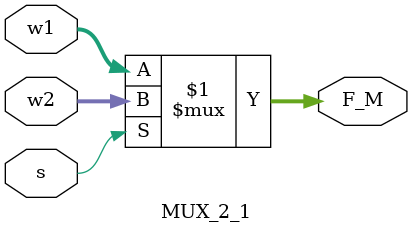
<source format=v>
module MUX_2_1(
input  [7:0] w1,input [7:0] w2,input s,
output [7:0] F_M
);
 assign F_M = ((s) ? w2:w1);




endmodule

</source>
